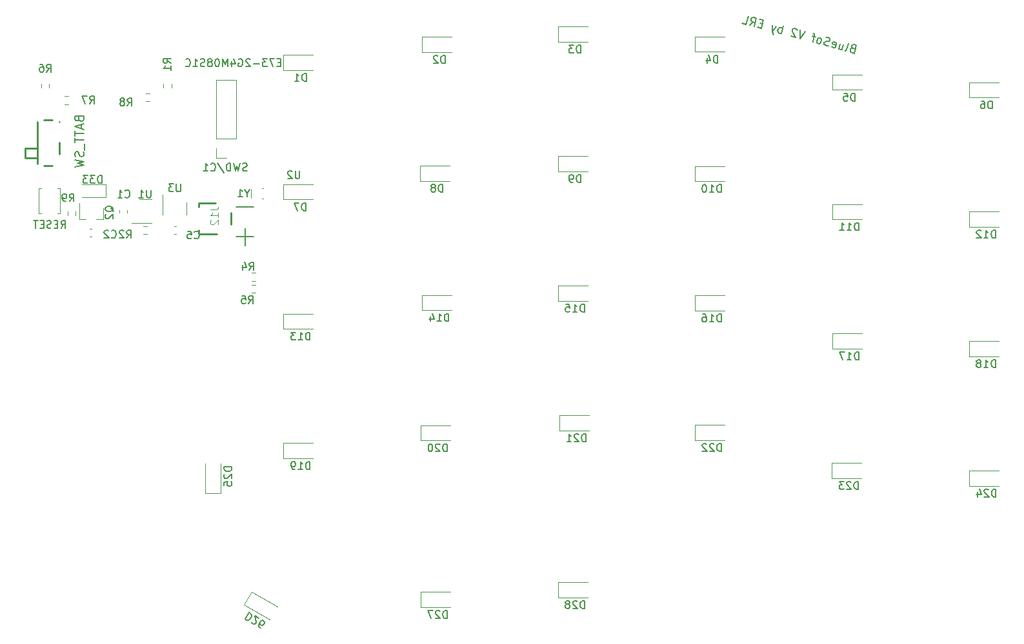
<source format=gbo>
G04 #@! TF.GenerationSoftware,KiCad,Pcbnew,(5.99.0-8557-g8988e46ab1)*
G04 #@! TF.CreationDate,2021-01-24T23:22:25-07:00*
G04 #@! TF.ProjectId,BlueSof,426c7565-536f-4662-9e6b-696361645f70,rev?*
G04 #@! TF.SameCoordinates,PX85099e0PY51bada0*
G04 #@! TF.FileFunction,Legend,Bot*
G04 #@! TF.FilePolarity,Positive*
%FSLAX46Y46*%
G04 Gerber Fmt 4.6, Leading zero omitted, Abs format (unit mm)*
G04 Created by KiCad (PCBNEW (5.99.0-8557-g8988e46ab1)) date 2021-01-24 23:22:25*
%MOMM*%
%LPD*%
G01*
G04 APERTURE LIST*
%ADD10C,0.200000*%
%ADD11C,0.150000*%
%ADD12C,0.015000*%
%ADD13C,0.152000*%
%ADD14C,0.120000*%
%ADD15C,0.254000*%
G04 APERTURE END LIST*
D10*
X54452003Y38218560D02*
X54286657Y38208635D01*
X54222504Y38171596D01*
X54144794Y38083961D01*
X54104122Y37932173D01*
X54127604Y37817424D01*
X54164643Y37753270D01*
X54252278Y37675560D01*
X54657047Y37567102D01*
X54941748Y38629621D01*
X54587575Y38724521D01*
X54472825Y38701039D01*
X54408672Y38664000D01*
X54330962Y38576365D01*
X54303847Y38475173D01*
X54327329Y38360424D01*
X54364368Y38296270D01*
X54452003Y38218560D01*
X54806176Y38123660D01*
X53442740Y37892475D02*
X53557489Y37915957D01*
X53635200Y38003592D01*
X53879229Y38914322D01*
X52772407Y38831293D02*
X52582606Y38122947D01*
X53227772Y38709278D02*
X53078643Y38152721D01*
X53000932Y38065086D01*
X52886183Y38041604D01*
X52734394Y38082275D01*
X52646759Y38159986D01*
X52609720Y38224139D01*
X51685433Y38417573D02*
X51773068Y38339862D01*
X51975453Y38285633D01*
X52090202Y38309115D01*
X52167913Y38396750D01*
X52276370Y38801519D01*
X52252888Y38916268D01*
X52165253Y38993979D01*
X51962869Y39048208D01*
X51848119Y39024726D01*
X51770409Y38937091D01*
X51743295Y38835899D01*
X52222141Y38599135D01*
X51230068Y38539587D02*
X51064723Y38529663D01*
X50811742Y38597449D01*
X50724107Y38675159D01*
X50687068Y38739312D01*
X50663586Y38854062D01*
X50690701Y38955254D01*
X50768411Y39042889D01*
X50832564Y39079928D01*
X50947314Y39103410D01*
X51163256Y39099777D01*
X51278005Y39123259D01*
X51342158Y39160298D01*
X51419869Y39247933D01*
X51446983Y39349125D01*
X51423501Y39463874D01*
X51386462Y39528028D01*
X51298827Y39605738D01*
X51045847Y39673524D01*
X50880501Y39663600D01*
X50002204Y38814364D02*
X50116954Y38837845D01*
X50181107Y38874884D01*
X50258817Y38962519D01*
X50340161Y39266096D01*
X50316679Y39380845D01*
X50279640Y39444999D01*
X50192005Y39522709D01*
X50040216Y39563381D01*
X49925467Y39539899D01*
X49861314Y39502860D01*
X49783603Y39415225D01*
X49702260Y39111648D01*
X49725742Y38996899D01*
X49762781Y38932746D01*
X49850416Y38855035D01*
X50002204Y38814364D01*
X49534255Y39698953D02*
X49129486Y39807410D01*
X49192666Y39031279D02*
X49436696Y39942009D01*
X49413214Y40056758D01*
X49325579Y40134469D01*
X49224387Y40161583D01*
X48212464Y40432727D02*
X47573591Y39465109D01*
X47504119Y40622527D01*
X47173428Y40602678D02*
X47136389Y40666832D01*
X47048754Y40744542D01*
X46795773Y40812328D01*
X46681024Y40788846D01*
X46616870Y40751807D01*
X46539160Y40664172D01*
X46512046Y40562980D01*
X46521970Y40397635D01*
X46966437Y39627795D01*
X46308688Y39804038D01*
X45043785Y40142968D02*
X45328486Y41205486D01*
X45220028Y40800718D02*
X45132393Y40878428D01*
X44930009Y40932657D01*
X44815259Y40909175D01*
X44751106Y40872136D01*
X44673396Y40784501D01*
X44592053Y40480924D01*
X44615534Y40366175D01*
X44652573Y40302022D01*
X44740208Y40224311D01*
X44942593Y40170082D01*
X45057342Y40193564D01*
X44373452Y41081786D02*
X43930670Y40441226D01*
X43867490Y41217358D02*
X43930670Y40441226D01*
X43964077Y40161131D01*
X44001116Y40096978D01*
X44088751Y40019267D01*
X42612512Y41390942D02*
X42258339Y41485842D01*
X41957422Y40969957D02*
X42463383Y40834385D01*
X42748084Y41896903D01*
X42242123Y42032475D01*
X40894904Y41254657D02*
X41384648Y41665718D01*
X41502057Y41091971D02*
X41786758Y42154490D01*
X41381989Y42262947D01*
X41267240Y42239465D01*
X41203086Y42202426D01*
X41125376Y42114791D01*
X41084704Y41963003D01*
X41108186Y41848254D01*
X41145225Y41784100D01*
X41232860Y41706390D01*
X41637629Y41597932D01*
X39933577Y41512244D02*
X40439538Y41376672D01*
X40724239Y42439191D01*
D11*
X-25285715Y14592858D02*
X-25285715Y12307143D01*
X-24142858Y13450000D02*
X-26428572Y13450000D01*
X-26442858Y17364286D02*
X-24157143Y17364286D01*
X938095Y36247620D02*
X938095Y37247620D01*
X700000Y37247620D01*
X557142Y37200000D01*
X461904Y37104762D01*
X414285Y37009524D01*
X366666Y36819048D01*
X366666Y36676191D01*
X414285Y36485715D01*
X461904Y36390477D01*
X557142Y36295239D01*
X700000Y36247620D01*
X938095Y36247620D01*
X-14286Y37152381D02*
X-61905Y37200000D01*
X-157143Y37247620D01*
X-395239Y37247620D01*
X-490477Y37200000D01*
X-538096Y37152381D01*
X-585715Y37057143D01*
X-585715Y36961905D01*
X-538096Y36819048D01*
X33333Y36247620D01*
X-585715Y36247620D01*
X18738095Y37597620D02*
X18738095Y38597620D01*
X18500000Y38597620D01*
X18357142Y38550000D01*
X18261904Y38454762D01*
X18214285Y38359524D01*
X18166666Y38169048D01*
X18166666Y38026191D01*
X18214285Y37835715D01*
X18261904Y37740477D01*
X18357142Y37645239D01*
X18500000Y37597620D01*
X18738095Y37597620D01*
X17833333Y38597620D02*
X17214285Y38597620D01*
X17547619Y38216667D01*
X17404761Y38216667D01*
X17309523Y38169048D01*
X17261904Y38121429D01*
X17214285Y38026191D01*
X17214285Y37788096D01*
X17261904Y37692858D01*
X17309523Y37645239D01*
X17404761Y37597620D01*
X17690476Y37597620D01*
X17785714Y37645239D01*
X17833333Y37692858D01*
X36738095Y36297620D02*
X36738095Y37297620D01*
X36500000Y37297620D01*
X36357142Y37250000D01*
X36261904Y37154762D01*
X36214285Y37059524D01*
X36166666Y36869048D01*
X36166666Y36726191D01*
X36214285Y36535715D01*
X36261904Y36440477D01*
X36357142Y36345239D01*
X36500000Y36297620D01*
X36738095Y36297620D01*
X35309523Y36964286D02*
X35309523Y36297620D01*
X35547619Y37345239D02*
X35785714Y36630953D01*
X35166666Y36630953D01*
X54738095Y31297620D02*
X54738095Y32297620D01*
X54500000Y32297620D01*
X54357142Y32250000D01*
X54261904Y32154762D01*
X54214285Y32059524D01*
X54166666Y31869048D01*
X54166666Y31726191D01*
X54214285Y31535715D01*
X54261904Y31440477D01*
X54357142Y31345239D01*
X54500000Y31297620D01*
X54738095Y31297620D01*
X53261904Y32297620D02*
X53738095Y32297620D01*
X53785714Y31821429D01*
X53738095Y31869048D01*
X53642857Y31916667D01*
X53404761Y31916667D01*
X53309523Y31869048D01*
X53261904Y31821429D01*
X53214285Y31726191D01*
X53214285Y31488096D01*
X53261904Y31392858D01*
X53309523Y31345239D01*
X53404761Y31297620D01*
X53642857Y31297620D01*
X53738095Y31345239D01*
X53785714Y31392858D01*
X72738095Y30297620D02*
X72738095Y31297620D01*
X72500000Y31297620D01*
X72357142Y31250000D01*
X72261904Y31154762D01*
X72214285Y31059524D01*
X72166666Y30869048D01*
X72166666Y30726191D01*
X72214285Y30535715D01*
X72261904Y30440477D01*
X72357142Y30345239D01*
X72500000Y30297620D01*
X72738095Y30297620D01*
X71309523Y31297620D02*
X71500000Y31297620D01*
X71595238Y31250000D01*
X71642857Y31202381D01*
X71738095Y31059524D01*
X71785714Y30869048D01*
X71785714Y30488096D01*
X71738095Y30392858D01*
X71690476Y30345239D01*
X71595238Y30297620D01*
X71404761Y30297620D01*
X71309523Y30345239D01*
X71261904Y30392858D01*
X71214285Y30488096D01*
X71214285Y30726191D01*
X71261904Y30821429D01*
X71309523Y30869048D01*
X71404761Y30916667D01*
X71595238Y30916667D01*
X71690476Y30869048D01*
X71738095Y30821429D01*
X71785714Y30726191D01*
X-17311905Y16897620D02*
X-17311905Y17897620D01*
X-17550000Y17897620D01*
X-17692858Y17850000D01*
X-17788096Y17754762D01*
X-17835715Y17659524D01*
X-17883334Y17469048D01*
X-17883334Y17326191D01*
X-17835715Y17135715D01*
X-17788096Y17040477D01*
X-17692858Y16945239D01*
X-17550000Y16897620D01*
X-17311905Y16897620D01*
X-18216667Y17897620D02*
X-18883334Y17897620D01*
X-18454762Y16897620D01*
X638095Y19347620D02*
X638095Y20347620D01*
X400000Y20347620D01*
X257142Y20300000D01*
X161904Y20204762D01*
X114285Y20109524D01*
X66666Y19919048D01*
X66666Y19776191D01*
X114285Y19585715D01*
X161904Y19490477D01*
X257142Y19395239D01*
X400000Y19347620D01*
X638095Y19347620D01*
X-504762Y19919048D02*
X-409524Y19966667D01*
X-361905Y20014286D01*
X-314286Y20109524D01*
X-314286Y20157143D01*
X-361905Y20252381D01*
X-409524Y20300000D01*
X-504762Y20347620D01*
X-695239Y20347620D01*
X-790477Y20300000D01*
X-838096Y20252381D01*
X-885715Y20157143D01*
X-885715Y20109524D01*
X-838096Y20014286D01*
X-790477Y19966667D01*
X-695239Y19919048D01*
X-504762Y19919048D01*
X-409524Y19871429D01*
X-361905Y19823810D01*
X-314286Y19728572D01*
X-314286Y19538096D01*
X-361905Y19442858D01*
X-409524Y19395239D01*
X-504762Y19347620D01*
X-695239Y19347620D01*
X-790477Y19395239D01*
X-838096Y19442858D01*
X-885715Y19538096D01*
X-885715Y19728572D01*
X-838096Y19823810D01*
X-790477Y19871429D01*
X-695239Y19919048D01*
X18738095Y20597620D02*
X18738095Y21597620D01*
X18500000Y21597620D01*
X18357142Y21550000D01*
X18261904Y21454762D01*
X18214285Y21359524D01*
X18166666Y21169048D01*
X18166666Y21026191D01*
X18214285Y20835715D01*
X18261904Y20740477D01*
X18357142Y20645239D01*
X18500000Y20597620D01*
X18738095Y20597620D01*
X17690476Y20597620D02*
X17500000Y20597620D01*
X17404761Y20645239D01*
X17357142Y20692858D01*
X17261904Y20835715D01*
X17214285Y21026191D01*
X17214285Y21407143D01*
X17261904Y21502381D01*
X17309523Y21550000D01*
X17404761Y21597620D01*
X17595238Y21597620D01*
X17690476Y21550000D01*
X17738095Y21502381D01*
X17785714Y21407143D01*
X17785714Y21169048D01*
X17738095Y21073810D01*
X17690476Y21026191D01*
X17595238Y20978572D01*
X17404761Y20978572D01*
X17309523Y21026191D01*
X17261904Y21073810D01*
X17214285Y21169048D01*
X37164285Y19297620D02*
X37164285Y20297620D01*
X36926190Y20297620D01*
X36783333Y20250000D01*
X36688095Y20154762D01*
X36640476Y20059524D01*
X36592857Y19869048D01*
X36592857Y19726191D01*
X36640476Y19535715D01*
X36688095Y19440477D01*
X36783333Y19345239D01*
X36926190Y19297620D01*
X37164285Y19297620D01*
X35640476Y19297620D02*
X36211904Y19297620D01*
X35926190Y19297620D02*
X35926190Y20297620D01*
X36021428Y20154762D01*
X36116666Y20059524D01*
X36211904Y20011905D01*
X35021428Y20297620D02*
X34926190Y20297620D01*
X34830952Y20250000D01*
X34783333Y20202381D01*
X34735714Y20107143D01*
X34688095Y19916667D01*
X34688095Y19678572D01*
X34735714Y19488096D01*
X34783333Y19392858D01*
X34830952Y19345239D01*
X34926190Y19297620D01*
X35021428Y19297620D01*
X35116666Y19345239D01*
X35164285Y19392858D01*
X35211904Y19488096D01*
X35259523Y19678572D01*
X35259523Y19916667D01*
X35211904Y20107143D01*
X35164285Y20202381D01*
X35116666Y20250000D01*
X35021428Y20297620D01*
X55214285Y14297620D02*
X55214285Y15297620D01*
X54976190Y15297620D01*
X54833333Y15250000D01*
X54738095Y15154762D01*
X54690476Y15059524D01*
X54642857Y14869048D01*
X54642857Y14726191D01*
X54690476Y14535715D01*
X54738095Y14440477D01*
X54833333Y14345239D01*
X54976190Y14297620D01*
X55214285Y14297620D01*
X53690476Y14297620D02*
X54261904Y14297620D01*
X53976190Y14297620D02*
X53976190Y15297620D01*
X54071428Y15154762D01*
X54166666Y15059524D01*
X54261904Y15011905D01*
X52738095Y14297620D02*
X53309523Y14297620D01*
X53023809Y14297620D02*
X53023809Y15297620D01*
X53119047Y15154762D01*
X53214285Y15059524D01*
X53309523Y15011905D01*
X73164285Y13297620D02*
X73164285Y14297620D01*
X72926190Y14297620D01*
X72783333Y14250000D01*
X72688095Y14154762D01*
X72640476Y14059524D01*
X72592857Y13869048D01*
X72592857Y13726191D01*
X72640476Y13535715D01*
X72688095Y13440477D01*
X72783333Y13345239D01*
X72926190Y13297620D01*
X73164285Y13297620D01*
X71640476Y13297620D02*
X72211904Y13297620D01*
X71926190Y13297620D02*
X71926190Y14297620D01*
X72021428Y14154762D01*
X72116666Y14059524D01*
X72211904Y14011905D01*
X71259523Y14202381D02*
X71211904Y14250000D01*
X71116666Y14297620D01*
X70878571Y14297620D01*
X70783333Y14250000D01*
X70735714Y14202381D01*
X70688095Y14107143D01*
X70688095Y14011905D01*
X70735714Y13869048D01*
X71307142Y13297620D01*
X70688095Y13297620D01*
X1414285Y2347620D02*
X1414285Y3347620D01*
X1176190Y3347620D01*
X1033333Y3300000D01*
X938095Y3204762D01*
X890476Y3109524D01*
X842857Y2919048D01*
X842857Y2776191D01*
X890476Y2585715D01*
X938095Y2490477D01*
X1033333Y2395239D01*
X1176190Y2347620D01*
X1414285Y2347620D01*
X-109524Y2347620D02*
X461904Y2347620D01*
X176190Y2347620D02*
X176190Y3347620D01*
X271428Y3204762D01*
X366666Y3109524D01*
X461904Y3061905D01*
X-966667Y3014286D02*
X-966667Y2347620D01*
X-728572Y3395239D02*
X-490477Y2680953D01*
X-1109524Y2680953D01*
X19214285Y3597620D02*
X19214285Y4597620D01*
X18976190Y4597620D01*
X18833333Y4550000D01*
X18738095Y4454762D01*
X18690476Y4359524D01*
X18642857Y4169048D01*
X18642857Y4026191D01*
X18690476Y3835715D01*
X18738095Y3740477D01*
X18833333Y3645239D01*
X18976190Y3597620D01*
X19214285Y3597620D01*
X17690476Y3597620D02*
X18261904Y3597620D01*
X17976190Y3597620D02*
X17976190Y4597620D01*
X18071428Y4454762D01*
X18166666Y4359524D01*
X18261904Y4311905D01*
X16785714Y4597620D02*
X17261904Y4597620D01*
X17309523Y4121429D01*
X17261904Y4169048D01*
X17166666Y4216667D01*
X16928571Y4216667D01*
X16833333Y4169048D01*
X16785714Y4121429D01*
X16738095Y4026191D01*
X16738095Y3788096D01*
X16785714Y3692858D01*
X16833333Y3645239D01*
X16928571Y3597620D01*
X17166666Y3597620D01*
X17261904Y3645239D01*
X17309523Y3692858D01*
X37164285Y2297620D02*
X37164285Y3297620D01*
X36926190Y3297620D01*
X36783333Y3250000D01*
X36688095Y3154762D01*
X36640476Y3059524D01*
X36592857Y2869048D01*
X36592857Y2726191D01*
X36640476Y2535715D01*
X36688095Y2440477D01*
X36783333Y2345239D01*
X36926190Y2297620D01*
X37164285Y2297620D01*
X35640476Y2297620D02*
X36211904Y2297620D01*
X35926190Y2297620D02*
X35926190Y3297620D01*
X36021428Y3154762D01*
X36116666Y3059524D01*
X36211904Y3011905D01*
X34783333Y3297620D02*
X34973809Y3297620D01*
X35069047Y3250000D01*
X35116666Y3202381D01*
X35211904Y3059524D01*
X35259523Y2869048D01*
X35259523Y2488096D01*
X35211904Y2392858D01*
X35164285Y2345239D01*
X35069047Y2297620D01*
X34878571Y2297620D01*
X34783333Y2345239D01*
X34735714Y2392858D01*
X34688095Y2488096D01*
X34688095Y2726191D01*
X34735714Y2821429D01*
X34783333Y2869048D01*
X34878571Y2916667D01*
X35069047Y2916667D01*
X35164285Y2869048D01*
X35211904Y2821429D01*
X35259523Y2726191D01*
X55214285Y-2702380D02*
X55214285Y-1702380D01*
X54976190Y-1702380D01*
X54833333Y-1750000D01*
X54738095Y-1845238D01*
X54690476Y-1940476D01*
X54642857Y-2130952D01*
X54642857Y-2273809D01*
X54690476Y-2464285D01*
X54738095Y-2559523D01*
X54833333Y-2654761D01*
X54976190Y-2702380D01*
X55214285Y-2702380D01*
X53690476Y-2702380D02*
X54261904Y-2702380D01*
X53976190Y-2702380D02*
X53976190Y-1702380D01*
X54071428Y-1845238D01*
X54166666Y-1940476D01*
X54261904Y-1988095D01*
X53357142Y-1702380D02*
X52690476Y-1702380D01*
X53119047Y-2702380D01*
X73164285Y-3702380D02*
X73164285Y-2702380D01*
X72926190Y-2702380D01*
X72783333Y-2750000D01*
X72688095Y-2845238D01*
X72640476Y-2940476D01*
X72592857Y-3130952D01*
X72592857Y-3273809D01*
X72640476Y-3464285D01*
X72688095Y-3559523D01*
X72783333Y-3654761D01*
X72926190Y-3702380D01*
X73164285Y-3702380D01*
X71640476Y-3702380D02*
X72211904Y-3702380D01*
X71926190Y-3702380D02*
X71926190Y-2702380D01*
X72021428Y-2845238D01*
X72116666Y-2940476D01*
X72211904Y-2988095D01*
X71069047Y-3130952D02*
X71164285Y-3083333D01*
X71211904Y-3035714D01*
X71259523Y-2940476D01*
X71259523Y-2892857D01*
X71211904Y-2797619D01*
X71164285Y-2750000D01*
X71069047Y-2702380D01*
X70878571Y-2702380D01*
X70783333Y-2750000D01*
X70735714Y-2797619D01*
X70688095Y-2892857D01*
X70688095Y-2940476D01*
X70735714Y-3035714D01*
X70783333Y-3083333D01*
X70878571Y-3130952D01*
X71069047Y-3130952D01*
X71164285Y-3178571D01*
X71211904Y-3226190D01*
X71259523Y-3321428D01*
X71259523Y-3511904D01*
X71211904Y-3607142D01*
X71164285Y-3654761D01*
X71069047Y-3702380D01*
X70878571Y-3702380D01*
X70783333Y-3654761D01*
X70735714Y-3607142D01*
X70688095Y-3511904D01*
X70688095Y-3321428D01*
X70735714Y-3226190D01*
X70783333Y-3178571D01*
X70878571Y-3130952D01*
X-16785715Y-17102380D02*
X-16785715Y-16102380D01*
X-17023810Y-16102380D01*
X-17166667Y-16150000D01*
X-17261905Y-16245238D01*
X-17309524Y-16340476D01*
X-17357143Y-16530952D01*
X-17357143Y-16673809D01*
X-17309524Y-16864285D01*
X-17261905Y-16959523D01*
X-17166667Y-17054761D01*
X-17023810Y-17102380D01*
X-16785715Y-17102380D01*
X-18309524Y-17102380D02*
X-17738096Y-17102380D01*
X-18023810Y-17102380D02*
X-18023810Y-16102380D01*
X-17928572Y-16245238D01*
X-17833334Y-16340476D01*
X-17738096Y-16388095D01*
X-18785715Y-17102380D02*
X-18976191Y-17102380D01*
X-19071429Y-17054761D01*
X-19119048Y-17007142D01*
X-19214286Y-16864285D01*
X-19261905Y-16673809D01*
X-19261905Y-16292857D01*
X-19214286Y-16197619D01*
X-19166667Y-16150000D01*
X-19071429Y-16102380D01*
X-18880953Y-16102380D01*
X-18785715Y-16150000D01*
X-18738096Y-16197619D01*
X-18690477Y-16292857D01*
X-18690477Y-16530952D01*
X-18738096Y-16626190D01*
X-18785715Y-16673809D01*
X-18880953Y-16721428D01*
X-19071429Y-16721428D01*
X-19166667Y-16673809D01*
X-19214286Y-16626190D01*
X-19261905Y-16530952D01*
X1214285Y-14752380D02*
X1214285Y-13752380D01*
X976190Y-13752380D01*
X833333Y-13800000D01*
X738095Y-13895238D01*
X690476Y-13990476D01*
X642857Y-14180952D01*
X642857Y-14323809D01*
X690476Y-14514285D01*
X738095Y-14609523D01*
X833333Y-14704761D01*
X976190Y-14752380D01*
X1214285Y-14752380D01*
X261904Y-13847619D02*
X214285Y-13800000D01*
X119047Y-13752380D01*
X-119048Y-13752380D01*
X-214286Y-13800000D01*
X-261905Y-13847619D01*
X-309524Y-13942857D01*
X-309524Y-14038095D01*
X-261905Y-14180952D01*
X309523Y-14752380D01*
X-309524Y-14752380D01*
X-928572Y-13752380D02*
X-1023810Y-13752380D01*
X-1119048Y-13800000D01*
X-1166667Y-13847619D01*
X-1214286Y-13942857D01*
X-1261905Y-14133333D01*
X-1261905Y-14371428D01*
X-1214286Y-14561904D01*
X-1166667Y-14657142D01*
X-1119048Y-14704761D01*
X-1023810Y-14752380D01*
X-928572Y-14752380D01*
X-833334Y-14704761D01*
X-785715Y-14657142D01*
X-738096Y-14561904D01*
X-690477Y-14371428D01*
X-690477Y-14133333D01*
X-738096Y-13942857D01*
X-785715Y-13847619D01*
X-833334Y-13800000D01*
X-928572Y-13752380D01*
X19414285Y-13452380D02*
X19414285Y-12452380D01*
X19176190Y-12452380D01*
X19033333Y-12500000D01*
X18938095Y-12595238D01*
X18890476Y-12690476D01*
X18842857Y-12880952D01*
X18842857Y-13023809D01*
X18890476Y-13214285D01*
X18938095Y-13309523D01*
X19033333Y-13404761D01*
X19176190Y-13452380D01*
X19414285Y-13452380D01*
X18461904Y-12547619D02*
X18414285Y-12500000D01*
X18319047Y-12452380D01*
X18080952Y-12452380D01*
X17985714Y-12500000D01*
X17938095Y-12547619D01*
X17890476Y-12642857D01*
X17890476Y-12738095D01*
X17938095Y-12880952D01*
X18509523Y-13452380D01*
X17890476Y-13452380D01*
X16938095Y-13452380D02*
X17509523Y-13452380D01*
X17223809Y-13452380D02*
X17223809Y-12452380D01*
X17319047Y-12595238D01*
X17414285Y-12690476D01*
X17509523Y-12738095D01*
X37164285Y-14702380D02*
X37164285Y-13702380D01*
X36926190Y-13702380D01*
X36783333Y-13750000D01*
X36688095Y-13845238D01*
X36640476Y-13940476D01*
X36592857Y-14130952D01*
X36592857Y-14273809D01*
X36640476Y-14464285D01*
X36688095Y-14559523D01*
X36783333Y-14654761D01*
X36926190Y-14702380D01*
X37164285Y-14702380D01*
X36211904Y-13797619D02*
X36164285Y-13750000D01*
X36069047Y-13702380D01*
X35830952Y-13702380D01*
X35735714Y-13750000D01*
X35688095Y-13797619D01*
X35640476Y-13892857D01*
X35640476Y-13988095D01*
X35688095Y-14130952D01*
X36259523Y-14702380D01*
X35640476Y-14702380D01*
X35259523Y-13797619D02*
X35211904Y-13750000D01*
X35116666Y-13702380D01*
X34878571Y-13702380D01*
X34783333Y-13750000D01*
X34735714Y-13797619D01*
X34688095Y-13892857D01*
X34688095Y-13988095D01*
X34735714Y-14130952D01*
X35307142Y-14702380D01*
X34688095Y-14702380D01*
X55164285Y-19702380D02*
X55164285Y-18702380D01*
X54926190Y-18702380D01*
X54783333Y-18750000D01*
X54688095Y-18845238D01*
X54640476Y-18940476D01*
X54592857Y-19130952D01*
X54592857Y-19273809D01*
X54640476Y-19464285D01*
X54688095Y-19559523D01*
X54783333Y-19654761D01*
X54926190Y-19702380D01*
X55164285Y-19702380D01*
X54211904Y-18797619D02*
X54164285Y-18750000D01*
X54069047Y-18702380D01*
X53830952Y-18702380D01*
X53735714Y-18750000D01*
X53688095Y-18797619D01*
X53640476Y-18892857D01*
X53640476Y-18988095D01*
X53688095Y-19130952D01*
X54259523Y-19702380D01*
X53640476Y-19702380D01*
X53307142Y-18702380D02*
X52688095Y-18702380D01*
X53021428Y-19083333D01*
X52878571Y-19083333D01*
X52783333Y-19130952D01*
X52735714Y-19178571D01*
X52688095Y-19273809D01*
X52688095Y-19511904D01*
X52735714Y-19607142D01*
X52783333Y-19654761D01*
X52878571Y-19702380D01*
X53164285Y-19702380D01*
X53259523Y-19654761D01*
X53307142Y-19607142D01*
X73214285Y-20702380D02*
X73214285Y-19702380D01*
X72976190Y-19702380D01*
X72833333Y-19750000D01*
X72738095Y-19845238D01*
X72690476Y-19940476D01*
X72642857Y-20130952D01*
X72642857Y-20273809D01*
X72690476Y-20464285D01*
X72738095Y-20559523D01*
X72833333Y-20654761D01*
X72976190Y-20702380D01*
X73214285Y-20702380D01*
X72261904Y-19797619D02*
X72214285Y-19750000D01*
X72119047Y-19702380D01*
X71880952Y-19702380D01*
X71785714Y-19750000D01*
X71738095Y-19797619D01*
X71690476Y-19892857D01*
X71690476Y-19988095D01*
X71738095Y-20130952D01*
X72309523Y-20702380D01*
X71690476Y-20702380D01*
X70833333Y-20035714D02*
X70833333Y-20702380D01*
X71071428Y-19654761D02*
X71309523Y-20369047D01*
X70690476Y-20369047D01*
X-16785715Y-102380D02*
X-16785715Y897620D01*
X-17023810Y897620D01*
X-17166667Y850000D01*
X-17261905Y754762D01*
X-17309524Y659524D01*
X-17357143Y469048D01*
X-17357143Y326191D01*
X-17309524Y135715D01*
X-17261905Y40477D01*
X-17166667Y-54761D01*
X-17023810Y-102380D01*
X-16785715Y-102380D01*
X-18309524Y-102380D02*
X-17738096Y-102380D01*
X-18023810Y-102380D02*
X-18023810Y897620D01*
X-17928572Y754762D01*
X-17833334Y659524D01*
X-17738096Y611905D01*
X-18642858Y897620D02*
X-19261905Y897620D01*
X-18928572Y516667D01*
X-19071429Y516667D01*
X-19166667Y469048D01*
X-19214286Y421429D01*
X-19261905Y326191D01*
X-19261905Y88096D01*
X-19214286Y-7142D01*
X-19166667Y-54761D01*
X-19071429Y-102380D01*
X-18785715Y-102380D01*
X-18690477Y-54761D01*
X-18642858Y-7142D01*
X1214285Y-36652380D02*
X1214285Y-35652380D01*
X976190Y-35652380D01*
X833333Y-35700000D01*
X738095Y-35795238D01*
X690476Y-35890476D01*
X642857Y-36080952D01*
X642857Y-36223809D01*
X690476Y-36414285D01*
X738095Y-36509523D01*
X833333Y-36604761D01*
X976190Y-36652380D01*
X1214285Y-36652380D01*
X261904Y-35747619D02*
X214285Y-35700000D01*
X119047Y-35652380D01*
X-119048Y-35652380D01*
X-214286Y-35700000D01*
X-261905Y-35747619D01*
X-309524Y-35842857D01*
X-309524Y-35938095D01*
X-261905Y-36080952D01*
X309523Y-36652380D01*
X-309524Y-36652380D01*
X-642858Y-35652380D02*
X-1309524Y-35652380D01*
X-880953Y-36652380D01*
X-24797655Y-35883134D02*
X-25297655Y-36749160D01*
X-25091459Y-36868207D01*
X-24943931Y-36898397D01*
X-24813834Y-36863537D01*
X-24724975Y-36804868D01*
X-24588498Y-36663720D01*
X-24517069Y-36540002D01*
X-24463071Y-36351236D01*
X-24456691Y-36244947D01*
X-24491550Y-36114850D01*
X-24591459Y-36002182D01*
X-24797655Y-35883134D01*
X-24425250Y-37142872D02*
X-24407820Y-37207920D01*
X-24349151Y-37296779D01*
X-24142955Y-37415826D01*
X-24036667Y-37422206D01*
X-23971618Y-37404776D01*
X-23882759Y-37346107D01*
X-23835140Y-37263629D01*
X-23804951Y-37116101D01*
X-24014109Y-36335515D01*
X-23477998Y-36645039D01*
X-23235690Y-37939636D02*
X-23400647Y-37844398D01*
X-23459316Y-37755539D01*
X-23476746Y-37690491D01*
X-23487796Y-37519154D01*
X-23433797Y-37330387D01*
X-23243321Y-37000472D01*
X-23154463Y-36941803D01*
X-23089414Y-36924374D01*
X-22983126Y-36930753D01*
X-22818169Y-37025991D01*
X-22759500Y-37114850D01*
X-22742070Y-37179899D01*
X-22748450Y-37286187D01*
X-22867497Y-37492383D01*
X-22956356Y-37551052D01*
X-23021404Y-37568482D01*
X-23127692Y-37562102D01*
X-23292650Y-37466864D01*
X-23351319Y-37378006D01*
X-23368749Y-37312957D01*
X-23362369Y-37206669D01*
X-27047620Y-16785713D02*
X-28047620Y-16785713D01*
X-28047620Y-17023808D01*
X-28000000Y-17166665D01*
X-27904762Y-17261903D01*
X-27809524Y-17309522D01*
X-27619048Y-17357141D01*
X-27476191Y-17357141D01*
X-27285715Y-17309522D01*
X-27190477Y-17261903D01*
X-27095239Y-17166665D01*
X-27047620Y-17023808D01*
X-27047620Y-16785713D01*
X-27952381Y-17738094D02*
X-28000000Y-17785713D01*
X-28047620Y-17880951D01*
X-28047620Y-18119046D01*
X-28000000Y-18214284D01*
X-27952381Y-18261903D01*
X-27857143Y-18309522D01*
X-27761905Y-18309522D01*
X-27619048Y-18261903D01*
X-27047620Y-17690475D01*
X-27047620Y-18309522D01*
X-28047620Y-19214284D02*
X-28047620Y-18738094D01*
X-27571429Y-18690475D01*
X-27619048Y-18738094D01*
X-27666667Y-18833332D01*
X-27666667Y-19071427D01*
X-27619048Y-19166665D01*
X-27571429Y-19214284D01*
X-27476191Y-19261903D01*
X-27238096Y-19261903D01*
X-27142858Y-19214284D01*
X-27095239Y-19166665D01*
X-27047620Y-19071427D01*
X-27047620Y-18833332D01*
X-27095239Y-18738094D01*
X-27142858Y-18690475D01*
X-17261905Y33897620D02*
X-17261905Y34897620D01*
X-17500000Y34897620D01*
X-17642858Y34850000D01*
X-17738096Y34754762D01*
X-17785715Y34659524D01*
X-17833334Y34469048D01*
X-17833334Y34326191D01*
X-17785715Y34135715D01*
X-17738096Y34040477D01*
X-17642858Y33945239D01*
X-17500000Y33897620D01*
X-17261905Y33897620D01*
X-18785715Y33897620D02*
X-18214286Y33897620D01*
X-18500000Y33897620D02*
X-18500000Y34897620D01*
X-18404762Y34754762D01*
X-18309524Y34659524D01*
X-18214286Y34611905D01*
X19214285Y-35352380D02*
X19214285Y-34352380D01*
X18976190Y-34352380D01*
X18833333Y-34400000D01*
X18738095Y-34495238D01*
X18690476Y-34590476D01*
X18642857Y-34780952D01*
X18642857Y-34923809D01*
X18690476Y-35114285D01*
X18738095Y-35209523D01*
X18833333Y-35304761D01*
X18976190Y-35352380D01*
X19214285Y-35352380D01*
X18261904Y-34447619D02*
X18214285Y-34400000D01*
X18119047Y-34352380D01*
X17880952Y-34352380D01*
X17785714Y-34400000D01*
X17738095Y-34447619D01*
X17690476Y-34542857D01*
X17690476Y-34638095D01*
X17738095Y-34780952D01*
X18309523Y-35352380D01*
X17690476Y-35352380D01*
X17119047Y-34780952D02*
X17214285Y-34733333D01*
X17261904Y-34685714D01*
X17309523Y-34590476D01*
X17309523Y-34542857D01*
X17261904Y-34447619D01*
X17214285Y-34400000D01*
X17119047Y-34352380D01*
X16928571Y-34352380D01*
X16833333Y-34400000D01*
X16785714Y-34447619D01*
X16738095Y-34542857D01*
X16738095Y-34590476D01*
X16785714Y-34685714D01*
X16833333Y-34733333D01*
X16928571Y-34780952D01*
X17119047Y-34780952D01*
X17214285Y-34828571D01*
X17261904Y-34876190D01*
X17309523Y-34971428D01*
X17309523Y-35161904D01*
X17261904Y-35257142D01*
X17214285Y-35304761D01*
X17119047Y-35352380D01*
X16928571Y-35352380D01*
X16833333Y-35304761D01*
X16785714Y-35257142D01*
X16738095Y-35161904D01*
X16738095Y-34971428D01*
X16785714Y-34876190D01*
X16833333Y-34828571D01*
X16928571Y-34780952D01*
X-31933334Y13292858D02*
X-31885715Y13245239D01*
X-31742858Y13197620D01*
X-31647620Y13197620D01*
X-31504762Y13245239D01*
X-31409524Y13340477D01*
X-31361905Y13435715D01*
X-31314286Y13626191D01*
X-31314286Y13769048D01*
X-31361905Y13959524D01*
X-31409524Y14054762D01*
X-31504762Y14150000D01*
X-31647620Y14197620D01*
X-31742858Y14197620D01*
X-31885715Y14150000D01*
X-31933334Y14102381D01*
X-32838096Y14197620D02*
X-32361905Y14197620D01*
X-32314286Y13721429D01*
X-32361905Y13769048D01*
X-32457143Y13816667D01*
X-32695239Y13816667D01*
X-32790477Y13769048D01*
X-32838096Y13721429D01*
X-32885715Y13626191D01*
X-32885715Y13388096D01*
X-32838096Y13292858D01*
X-32790477Y13245239D01*
X-32695239Y13197620D01*
X-32457143Y13197620D01*
X-32361905Y13245239D01*
X-32314286Y13292858D01*
X-41033334Y18692858D02*
X-40985715Y18645239D01*
X-40842858Y18597620D01*
X-40747620Y18597620D01*
X-40604762Y18645239D01*
X-40509524Y18740477D01*
X-40461905Y18835715D01*
X-40414286Y19026191D01*
X-40414286Y19169048D01*
X-40461905Y19359524D01*
X-40509524Y19454762D01*
X-40604762Y19550000D01*
X-40747620Y19597620D01*
X-40842858Y19597620D01*
X-40985715Y19550000D01*
X-41033334Y19502381D01*
X-41985715Y18597620D02*
X-41414286Y18597620D01*
X-41700000Y18597620D02*
X-41700000Y19597620D01*
X-41604762Y19454762D01*
X-41509524Y19359524D01*
X-41414286Y19311905D01*
X-42833334Y13392858D02*
X-42785715Y13345239D01*
X-42642858Y13297620D01*
X-42547620Y13297620D01*
X-42404762Y13345239D01*
X-42309524Y13440477D01*
X-42261905Y13535715D01*
X-42214286Y13726191D01*
X-42214286Y13869048D01*
X-42261905Y14059524D01*
X-42309524Y14154762D01*
X-42404762Y14250000D01*
X-42547620Y14297620D01*
X-42642858Y14297620D01*
X-42785715Y14250000D01*
X-42833334Y14202381D01*
X-43214286Y14202381D02*
X-43261905Y14250000D01*
X-43357143Y14297620D01*
X-43595239Y14297620D01*
X-43690477Y14250000D01*
X-43738096Y14202381D01*
X-43785715Y14107143D01*
X-43785715Y14011905D01*
X-43738096Y13869048D01*
X-43166667Y13297620D01*
X-43785715Y13297620D01*
X-25042858Y22145239D02*
X-25185715Y22097620D01*
X-25423810Y22097620D01*
X-25519048Y22145239D01*
X-25566667Y22192858D01*
X-25614286Y22288096D01*
X-25614286Y22383334D01*
X-25566667Y22478572D01*
X-25519048Y22526191D01*
X-25423810Y22573810D01*
X-25233334Y22621429D01*
X-25138096Y22669048D01*
X-25090477Y22716667D01*
X-25042858Y22811905D01*
X-25042858Y22907143D01*
X-25090477Y23002381D01*
X-25138096Y23050000D01*
X-25233334Y23097620D01*
X-25471429Y23097620D01*
X-25614286Y23050000D01*
X-25947620Y23097620D02*
X-26185715Y22097620D01*
X-26376191Y22811905D01*
X-26566667Y22097620D01*
X-26804762Y23097620D01*
X-27185715Y22097620D02*
X-27185715Y23097620D01*
X-27423810Y23097620D01*
X-27566667Y23050000D01*
X-27661905Y22954762D01*
X-27709524Y22859524D01*
X-27757143Y22669048D01*
X-27757143Y22526191D01*
X-27709524Y22335715D01*
X-27661905Y22240477D01*
X-27566667Y22145239D01*
X-27423810Y22097620D01*
X-27185715Y22097620D01*
X-28900000Y23145239D02*
X-28042858Y21859524D01*
X-29804762Y22192858D02*
X-29757143Y22145239D01*
X-29614286Y22097620D01*
X-29519048Y22097620D01*
X-29376191Y22145239D01*
X-29280953Y22240477D01*
X-29233334Y22335715D01*
X-29185715Y22526191D01*
X-29185715Y22669048D01*
X-29233334Y22859524D01*
X-29280953Y22954762D01*
X-29376191Y23050000D01*
X-29519048Y23097620D01*
X-29614286Y23097620D01*
X-29757143Y23050000D01*
X-29804762Y23002381D01*
X-30757143Y22097620D02*
X-30185715Y22097620D01*
X-30471429Y22097620D02*
X-30471429Y23097620D01*
X-30376191Y22954762D01*
X-30280953Y22859524D01*
X-30185715Y22811905D01*
X-42552381Y16745239D02*
X-42600000Y16840477D01*
X-42695239Y16935715D01*
X-42838096Y17078572D01*
X-42885715Y17173810D01*
X-42885715Y17269048D01*
X-42647620Y17221429D02*
X-42695239Y17316667D01*
X-42790477Y17411905D01*
X-42980953Y17459524D01*
X-43314286Y17459524D01*
X-43504762Y17411905D01*
X-43600000Y17316667D01*
X-43647620Y17221429D01*
X-43647620Y17030953D01*
X-43600000Y16935715D01*
X-43504762Y16840477D01*
X-43314286Y16792858D01*
X-42980953Y16792858D01*
X-42790477Y16840477D01*
X-42695239Y16935715D01*
X-42647620Y17030953D01*
X-42647620Y17221429D01*
X-43552381Y16411905D02*
X-43600000Y16364286D01*
X-43647620Y16269048D01*
X-43647620Y16030953D01*
X-43600000Y15935715D01*
X-43552381Y15888096D01*
X-43457143Y15840477D01*
X-43361905Y15840477D01*
X-43219048Y15888096D01*
X-42647620Y16459524D01*
X-42647620Y15840477D01*
X-40833334Y13297620D02*
X-40500000Y13773810D01*
X-40261905Y13297620D02*
X-40261905Y14297620D01*
X-40642858Y14297620D01*
X-40738096Y14250000D01*
X-40785715Y14202381D01*
X-40833334Y14107143D01*
X-40833334Y13964286D01*
X-40785715Y13869048D01*
X-40738096Y13821429D01*
X-40642858Y13773810D01*
X-40261905Y13773810D01*
X-41214286Y14202381D02*
X-41261905Y14250000D01*
X-41357143Y14297620D01*
X-41595239Y14297620D01*
X-41690477Y14250000D01*
X-41738096Y14202381D01*
X-41785715Y14107143D01*
X-41785715Y14011905D01*
X-41738096Y13869048D01*
X-41166667Y13297620D01*
X-41785715Y13297620D01*
X-24733334Y9097620D02*
X-24400000Y9573810D01*
X-24161905Y9097620D02*
X-24161905Y10097620D01*
X-24542858Y10097620D01*
X-24638096Y10050000D01*
X-24685715Y10002381D01*
X-24733334Y9907143D01*
X-24733334Y9764286D01*
X-24685715Y9669048D01*
X-24638096Y9621429D01*
X-24542858Y9573810D01*
X-24161905Y9573810D01*
X-25590477Y9764286D02*
X-25590477Y9097620D01*
X-25352381Y10145239D02*
X-25114286Y9430953D01*
X-25733334Y9430953D01*
X-24833334Y4697620D02*
X-24500000Y5173810D01*
X-24261905Y4697620D02*
X-24261905Y5697620D01*
X-24642858Y5697620D01*
X-24738096Y5650000D01*
X-24785715Y5602381D01*
X-24833334Y5507143D01*
X-24833334Y5364286D01*
X-24785715Y5269048D01*
X-24738096Y5221429D01*
X-24642858Y5173810D01*
X-24261905Y5173810D01*
X-25738096Y5697620D02*
X-25261905Y5697620D01*
X-25214286Y5221429D01*
X-25261905Y5269048D01*
X-25357143Y5316667D01*
X-25595239Y5316667D01*
X-25690477Y5269048D01*
X-25738096Y5221429D01*
X-25785715Y5126191D01*
X-25785715Y4888096D01*
X-25738096Y4792858D01*
X-25690477Y4745239D01*
X-25595239Y4697620D01*
X-25357143Y4697620D01*
X-25261905Y4745239D01*
X-25214286Y4792858D01*
X-45683334Y30922620D02*
X-45350000Y31398810D01*
X-45111905Y30922620D02*
X-45111905Y31922620D01*
X-45492858Y31922620D01*
X-45588096Y31875000D01*
X-45635715Y31827381D01*
X-45683334Y31732143D01*
X-45683334Y31589286D01*
X-45635715Y31494048D01*
X-45588096Y31446429D01*
X-45492858Y31398810D01*
X-45111905Y31398810D01*
X-46016667Y31922620D02*
X-46683334Y31922620D01*
X-46254762Y30922620D01*
X-40733334Y30647620D02*
X-40400000Y31123810D01*
X-40161905Y30647620D02*
X-40161905Y31647620D01*
X-40542858Y31647620D01*
X-40638096Y31600000D01*
X-40685715Y31552381D01*
X-40733334Y31457143D01*
X-40733334Y31314286D01*
X-40685715Y31219048D01*
X-40638096Y31171429D01*
X-40542858Y31123810D01*
X-40161905Y31123810D01*
X-41304762Y31219048D02*
X-41209524Y31266667D01*
X-41161905Y31314286D01*
X-41114286Y31409524D01*
X-41114286Y31457143D01*
X-41161905Y31552381D01*
X-41209524Y31600000D01*
X-41304762Y31647620D01*
X-41495239Y31647620D01*
X-41590477Y31600000D01*
X-41638096Y31552381D01*
X-41685715Y31457143D01*
X-41685715Y31409524D01*
X-41638096Y31314286D01*
X-41590477Y31266667D01*
X-41495239Y31219048D01*
X-41304762Y31219048D01*
X-41209524Y31171429D01*
X-41161905Y31123810D01*
X-41114286Y31028572D01*
X-41114286Y30838096D01*
X-41161905Y30742858D01*
X-41209524Y30695239D01*
X-41304762Y30647620D01*
X-41495239Y30647620D01*
X-41590477Y30695239D01*
X-41638096Y30742858D01*
X-41685715Y30838096D01*
X-41685715Y31028572D01*
X-41638096Y31123810D01*
X-41590477Y31171429D01*
X-41495239Y31219048D01*
X-48333334Y18097620D02*
X-48000000Y18573810D01*
X-47761905Y18097620D02*
X-47761905Y19097620D01*
X-48142858Y19097620D01*
X-48238096Y19050000D01*
X-48285715Y19002381D01*
X-48333334Y18907143D01*
X-48333334Y18764286D01*
X-48285715Y18669048D01*
X-48238096Y18621429D01*
X-48142858Y18573810D01*
X-47761905Y18573810D01*
X-48809524Y18097620D02*
X-49000000Y18097620D01*
X-49095239Y18145239D01*
X-49142858Y18192858D01*
X-49238096Y18335715D01*
X-49285715Y18526191D01*
X-49285715Y18907143D01*
X-49238096Y19002381D01*
X-49190477Y19050000D01*
X-49095239Y19097620D01*
X-48904762Y19097620D01*
X-48809524Y19050000D01*
X-48761905Y19002381D01*
X-48714286Y18907143D01*
X-48714286Y18669048D01*
X-48761905Y18573810D01*
X-48809524Y18526191D01*
X-48904762Y18478572D01*
X-49095239Y18478572D01*
X-49190477Y18526191D01*
X-49238096Y18573810D01*
X-49285715Y18669048D01*
X-49447620Y14597620D02*
X-49114286Y15073810D01*
X-48876191Y14597620D02*
X-48876191Y15597620D01*
X-49257143Y15597620D01*
X-49352381Y15550000D01*
X-49400000Y15502381D01*
X-49447620Y15407143D01*
X-49447620Y15264286D01*
X-49400000Y15169048D01*
X-49352381Y15121429D01*
X-49257143Y15073810D01*
X-48876191Y15073810D01*
X-49876191Y15121429D02*
X-50209524Y15121429D01*
X-50352381Y14597620D02*
X-49876191Y14597620D01*
X-49876191Y15597620D01*
X-50352381Y15597620D01*
X-50733334Y14645239D02*
X-50876191Y14597620D01*
X-51114286Y14597620D01*
X-51209524Y14645239D01*
X-51257143Y14692858D01*
X-51304762Y14788096D01*
X-51304762Y14883334D01*
X-51257143Y14978572D01*
X-51209524Y15026191D01*
X-51114286Y15073810D01*
X-50923810Y15121429D01*
X-50828572Y15169048D01*
X-50780953Y15216667D01*
X-50733334Y15311905D01*
X-50733334Y15407143D01*
X-50780953Y15502381D01*
X-50828572Y15550000D01*
X-50923810Y15597620D01*
X-51161905Y15597620D01*
X-51304762Y15550000D01*
X-51733334Y15121429D02*
X-52066667Y15121429D01*
X-52209524Y14597620D02*
X-51733334Y14597620D01*
X-51733334Y15597620D01*
X-52209524Y15597620D01*
X-52495239Y15597620D02*
X-53066667Y15597620D01*
X-52780953Y14597620D02*
X-52780953Y15597620D01*
X-37638096Y19597620D02*
X-37638096Y18788096D01*
X-37685715Y18692858D01*
X-37733334Y18645239D01*
X-37828572Y18597620D01*
X-38019048Y18597620D01*
X-38114286Y18645239D01*
X-38161905Y18692858D01*
X-38209524Y18788096D01*
X-38209524Y19597620D01*
X-39209524Y18597620D02*
X-38638096Y18597620D01*
X-38923810Y18597620D02*
X-38923810Y19597620D01*
X-38828572Y19454762D01*
X-38733334Y19359524D01*
X-38638096Y19311905D01*
X-33738096Y20397620D02*
X-33738096Y19588096D01*
X-33785715Y19492858D01*
X-33833334Y19445239D01*
X-33928572Y19397620D01*
X-34119048Y19397620D01*
X-34214286Y19445239D01*
X-34261905Y19492858D01*
X-34309524Y19588096D01*
X-34309524Y20397620D01*
X-34690477Y20397620D02*
X-35309524Y20397620D01*
X-34976191Y20016667D01*
X-35119048Y20016667D01*
X-35214286Y19969048D01*
X-35261905Y19921429D01*
X-35309524Y19826191D01*
X-35309524Y19588096D01*
X-35261905Y19492858D01*
X-35214286Y19445239D01*
X-35119048Y19397620D01*
X-34833334Y19397620D01*
X-34738096Y19445239D01*
X-34690477Y19492858D01*
X-25023810Y19173810D02*
X-25023810Y18697620D01*
X-24690477Y19697620D02*
X-25023810Y19173810D01*
X-25357143Y19697620D01*
X-26214286Y18697620D02*
X-25642858Y18697620D01*
X-25928572Y18697620D02*
X-25928572Y19697620D01*
X-25833334Y19554762D01*
X-25738096Y19459524D01*
X-25642858Y19411905D01*
X-51333334Y35097620D02*
X-51000000Y35573810D01*
X-50761905Y35097620D02*
X-50761905Y36097620D01*
X-51142858Y36097620D01*
X-51238096Y36050000D01*
X-51285715Y36002381D01*
X-51333334Y35907143D01*
X-51333334Y35764286D01*
X-51285715Y35669048D01*
X-51238096Y35621429D01*
X-51142858Y35573810D01*
X-50761905Y35573810D01*
X-52190477Y36097620D02*
X-52000000Y36097620D01*
X-51904762Y36050000D01*
X-51857143Y36002381D01*
X-51761905Y35859524D01*
X-51714286Y35669048D01*
X-51714286Y35288096D01*
X-51761905Y35192858D01*
X-51809524Y35145239D01*
X-51904762Y35097620D01*
X-52095239Y35097620D01*
X-52190477Y35145239D01*
X-52238096Y35192858D01*
X-52285715Y35288096D01*
X-52285715Y35526191D01*
X-52238096Y35621429D01*
X-52190477Y35669048D01*
X-52095239Y35716667D01*
X-51904762Y35716667D01*
X-51809524Y35669048D01*
X-51761905Y35621429D01*
X-51714286Y35526191D01*
X-18138096Y22097620D02*
X-18138096Y21288096D01*
X-18185715Y21192858D01*
X-18233334Y21145239D01*
X-18328572Y21097620D01*
X-18519048Y21097620D01*
X-18614286Y21145239D01*
X-18661905Y21192858D01*
X-18709524Y21288096D01*
X-18709524Y22097620D01*
X-19138096Y22002381D02*
X-19185715Y22050000D01*
X-19280953Y22097620D01*
X-19519048Y22097620D01*
X-19614286Y22050000D01*
X-19661905Y22002381D01*
X-19709524Y21907143D01*
X-19709524Y21811905D01*
X-19661905Y21669048D01*
X-19090477Y21097620D01*
X-19709524Y21097620D01*
X-20624760Y36346429D02*
X-20958093Y36346429D01*
X-21100950Y35822620D02*
X-20624760Y35822620D01*
X-20624760Y36822620D01*
X-21100950Y36822620D01*
X-21434284Y36822620D02*
X-22100950Y36822620D01*
X-21672379Y35822620D01*
X-22386665Y36822620D02*
X-23005712Y36822620D01*
X-22672379Y36441667D01*
X-22815236Y36441667D01*
X-22910474Y36394048D01*
X-22958093Y36346429D01*
X-23005712Y36251191D01*
X-23005712Y36013096D01*
X-22958093Y35917858D01*
X-22910474Y35870239D01*
X-22815236Y35822620D01*
X-22529522Y35822620D01*
X-22434284Y35870239D01*
X-22386665Y35917858D01*
X-23434284Y36203572D02*
X-24196188Y36203572D01*
X-24624760Y36727381D02*
X-24672379Y36775000D01*
X-24767617Y36822620D01*
X-25005712Y36822620D01*
X-25100950Y36775000D01*
X-25148569Y36727381D01*
X-25196188Y36632143D01*
X-25196188Y36536905D01*
X-25148569Y36394048D01*
X-24577141Y35822620D01*
X-25196188Y35822620D01*
X-26148569Y36775000D02*
X-26053331Y36822620D01*
X-25910474Y36822620D01*
X-25767617Y36775000D01*
X-25672379Y36679762D01*
X-25624760Y36584524D01*
X-25577141Y36394048D01*
X-25577141Y36251191D01*
X-25624760Y36060715D01*
X-25672379Y35965477D01*
X-25767617Y35870239D01*
X-25910474Y35822620D01*
X-26005712Y35822620D01*
X-26148569Y35870239D01*
X-26196188Y35917858D01*
X-26196188Y36251191D01*
X-26005712Y36251191D01*
X-27053331Y36489286D02*
X-27053331Y35822620D01*
X-26815236Y36870239D02*
X-26577141Y36155953D01*
X-27196188Y36155953D01*
X-27577141Y35822620D02*
X-27577141Y36822620D01*
X-27910474Y36108334D01*
X-28243807Y36822620D01*
X-28243807Y35822620D01*
X-28910474Y36822620D02*
X-29005712Y36822620D01*
X-29100950Y36775000D01*
X-29148569Y36727381D01*
X-29196188Y36632143D01*
X-29243807Y36441667D01*
X-29243807Y36203572D01*
X-29196188Y36013096D01*
X-29148569Y35917858D01*
X-29100950Y35870239D01*
X-29005712Y35822620D01*
X-28910474Y35822620D01*
X-28815236Y35870239D01*
X-28767617Y35917858D01*
X-28719998Y36013096D01*
X-28672379Y36203572D01*
X-28672379Y36441667D01*
X-28719998Y36632143D01*
X-28767617Y36727381D01*
X-28815236Y36775000D01*
X-28910474Y36822620D01*
X-29815236Y36394048D02*
X-29719998Y36441667D01*
X-29672379Y36489286D01*
X-29624760Y36584524D01*
X-29624760Y36632143D01*
X-29672379Y36727381D01*
X-29719998Y36775000D01*
X-29815236Y36822620D01*
X-30005712Y36822620D01*
X-30100950Y36775000D01*
X-30148569Y36727381D01*
X-30196188Y36632143D01*
X-30196188Y36584524D01*
X-30148569Y36489286D01*
X-30100950Y36441667D01*
X-30005712Y36394048D01*
X-29815236Y36394048D01*
X-29719998Y36346429D01*
X-29672379Y36298810D01*
X-29624760Y36203572D01*
X-29624760Y36013096D01*
X-29672379Y35917858D01*
X-29719998Y35870239D01*
X-29815236Y35822620D01*
X-30005712Y35822620D01*
X-30100950Y35870239D01*
X-30148569Y35917858D01*
X-30196188Y36013096D01*
X-30196188Y36203572D01*
X-30148569Y36298810D01*
X-30100950Y36346429D01*
X-30005712Y36394048D01*
X-30577141Y35870239D02*
X-30719998Y35822620D01*
X-30958093Y35822620D01*
X-31053331Y35870239D01*
X-31100950Y35917858D01*
X-31148569Y36013096D01*
X-31148569Y36108334D01*
X-31100950Y36203572D01*
X-31053331Y36251191D01*
X-30958093Y36298810D01*
X-30767617Y36346429D01*
X-30672379Y36394048D01*
X-30624760Y36441667D01*
X-30577141Y36536905D01*
X-30577141Y36632143D01*
X-30624760Y36727381D01*
X-30672379Y36775000D01*
X-30767617Y36822620D01*
X-31005712Y36822620D01*
X-31148569Y36775000D01*
X-32100950Y35822620D02*
X-31529522Y35822620D01*
X-31815236Y35822620D02*
X-31815236Y36822620D01*
X-31719998Y36679762D01*
X-31624760Y36584524D01*
X-31529522Y36536905D01*
X-33100950Y35917858D02*
X-33053331Y35870239D01*
X-32910474Y35822620D01*
X-32815236Y35822620D01*
X-32672379Y35870239D01*
X-32577141Y35965477D01*
X-32529522Y36060715D01*
X-32481903Y36251191D01*
X-32481903Y36394048D01*
X-32529522Y36584524D01*
X-32577141Y36679762D01*
X-32672379Y36775000D01*
X-32815236Y36822620D01*
X-32910474Y36822620D01*
X-33053331Y36775000D01*
X-33100950Y36727381D01*
X-44085715Y20497620D02*
X-44085715Y21497620D01*
X-44323810Y21497620D01*
X-44466667Y21450000D01*
X-44561905Y21354762D01*
X-44609524Y21259524D01*
X-44657143Y21069048D01*
X-44657143Y20926191D01*
X-44609524Y20735715D01*
X-44561905Y20640477D01*
X-44466667Y20545239D01*
X-44323810Y20497620D01*
X-44085715Y20497620D01*
X-44990477Y21497620D02*
X-45609524Y21497620D01*
X-45276191Y21116667D01*
X-45419048Y21116667D01*
X-45514286Y21069048D01*
X-45561905Y21021429D01*
X-45609524Y20926191D01*
X-45609524Y20688096D01*
X-45561905Y20592858D01*
X-45514286Y20545239D01*
X-45419048Y20497620D01*
X-45133334Y20497620D01*
X-45038096Y20545239D01*
X-44990477Y20592858D01*
X-45942858Y21497620D02*
X-46561905Y21497620D01*
X-46228572Y21116667D01*
X-46371429Y21116667D01*
X-46466667Y21069048D01*
X-46514286Y21021429D01*
X-46561905Y20926191D01*
X-46561905Y20688096D01*
X-46514286Y20592858D01*
X-46466667Y20545239D01*
X-46371429Y20497620D01*
X-46085715Y20497620D01*
X-45990477Y20545239D01*
X-45942858Y20592858D01*
X-35022620Y36266667D02*
X-35498810Y36600000D01*
X-35022620Y36838096D02*
X-36022620Y36838096D01*
X-36022620Y36457143D01*
X-35975000Y36361905D01*
X-35927381Y36314286D01*
X-35832143Y36266667D01*
X-35689286Y36266667D01*
X-35594048Y36314286D01*
X-35546429Y36361905D01*
X-35498810Y36457143D01*
X-35498810Y36838096D01*
X-35022620Y35314286D02*
X-35022620Y35885715D01*
X-35022620Y35600000D02*
X-36022620Y35600000D01*
X-35879762Y35695239D01*
X-35784524Y35790477D01*
X-35736905Y35885715D01*
D12*
X-29858014Y17008389D02*
X-29141956Y17008389D01*
X-28998745Y17056126D01*
X-28903271Y17151600D01*
X-28855534Y17294812D01*
X-28855534Y17390286D01*
X-28855534Y16005909D02*
X-28855534Y16578755D01*
X-28855534Y16292332D02*
X-29858014Y16292332D01*
X-29714802Y16387806D01*
X-29619328Y16483280D01*
X-29571591Y16578755D01*
X-29762539Y15624012D02*
X-29810276Y15576275D01*
X-29858014Y15480800D01*
X-29858014Y15242115D01*
X-29810276Y15146640D01*
X-29762539Y15098903D01*
X-29667065Y15051166D01*
X-29571591Y15051166D01*
X-29428379Y15098903D01*
X-28855534Y15671749D01*
X-28855534Y15051166D01*
D13*
X-47081643Y28925800D02*
X-47027215Y28762515D01*
X-46972786Y28708086D01*
X-46863929Y28653658D01*
X-46700643Y28653658D01*
X-46591786Y28708086D01*
X-46537358Y28762515D01*
X-46482929Y28871372D01*
X-46482929Y29306800D01*
X-47625929Y29306800D01*
X-47625929Y28925800D01*
X-47571500Y28816943D01*
X-47517072Y28762515D01*
X-47408215Y28708086D01*
X-47299358Y28708086D01*
X-47190500Y28762515D01*
X-47136072Y28816943D01*
X-47081643Y28925800D01*
X-47081643Y29306800D01*
X-46809500Y28218229D02*
X-46809500Y27673943D01*
X-46482929Y28327086D02*
X-47625929Y27946086D01*
X-46482929Y27565086D01*
X-47625929Y27347372D02*
X-47625929Y26694229D01*
X-46482929Y27020800D02*
X-47625929Y27020800D01*
X-47625929Y26476515D02*
X-47625929Y25823372D01*
X-46482929Y26149943D02*
X-47625929Y26149943D01*
X-46374072Y25714515D02*
X-46374072Y24843658D01*
X-46537358Y24625943D02*
X-46482929Y24462658D01*
X-46482929Y24190515D01*
X-46537358Y24081658D01*
X-46591786Y24027229D01*
X-46700643Y23972800D01*
X-46809500Y23972800D01*
X-46918358Y24027229D01*
X-46972786Y24081658D01*
X-47027215Y24190515D01*
X-47081643Y24408229D01*
X-47136072Y24517086D01*
X-47190500Y24571515D01*
X-47299358Y24625943D01*
X-47408215Y24625943D01*
X-47517072Y24571515D01*
X-47571500Y24517086D01*
X-47625929Y24408229D01*
X-47625929Y24136086D01*
X-47571500Y23972800D01*
X-47625929Y23591800D02*
X-46482929Y23319658D01*
X-47299358Y23101943D01*
X-46482929Y22884229D01*
X-47625929Y22612086D01*
D14*
X-2050000Y37700000D02*
X-2050000Y39700000D01*
X-2050000Y37700000D02*
X1850000Y37700000D01*
X-2050000Y39700000D02*
X1850000Y39700000D01*
X15750000Y41050000D02*
X19650000Y41050000D01*
X15750000Y39050000D02*
X15750000Y41050000D01*
X15750000Y39050000D02*
X19650000Y39050000D01*
X33750000Y37750000D02*
X37650000Y37750000D01*
X33750000Y39750000D02*
X37650000Y39750000D01*
X33750000Y37750000D02*
X33750000Y39750000D01*
X51750000Y32750000D02*
X55650000Y32750000D01*
X51750000Y34750000D02*
X55650000Y34750000D01*
X51750000Y32750000D02*
X51750000Y34750000D01*
X69750000Y31750000D02*
X69750000Y33750000D01*
X69750000Y33750000D02*
X73650000Y33750000D01*
X69750000Y31750000D02*
X73650000Y31750000D01*
X-20300000Y18350000D02*
X-16400000Y18350000D01*
X-20300000Y20350000D02*
X-16400000Y20350000D01*
X-20300000Y18350000D02*
X-20300000Y20350000D01*
X-2350000Y20800000D02*
X-2350000Y22800000D01*
X-2350000Y20800000D02*
X1550000Y20800000D01*
X-2350000Y22800000D02*
X1550000Y22800000D01*
X15750000Y24050000D02*
X19650000Y24050000D01*
X15750000Y22050000D02*
X15750000Y24050000D01*
X15750000Y22050000D02*
X19650000Y22050000D01*
X33700000Y20750000D02*
X33700000Y22750000D01*
X33700000Y22750000D02*
X37600000Y22750000D01*
X33700000Y20750000D02*
X37600000Y20750000D01*
X51750000Y17750000D02*
X55650000Y17750000D01*
X51750000Y15750000D02*
X55650000Y15750000D01*
X51750000Y15750000D02*
X51750000Y17750000D01*
X69700000Y16750000D02*
X73600000Y16750000D01*
X69700000Y14750000D02*
X69700000Y16750000D01*
X69700000Y14750000D02*
X73600000Y14750000D01*
X-2050000Y3800000D02*
X-2050000Y5800000D01*
X-2050000Y5800000D02*
X1850000Y5800000D01*
X-2050000Y3800000D02*
X1850000Y3800000D01*
X15750000Y7050000D02*
X19650000Y7050000D01*
X15750000Y5050000D02*
X15750000Y7050000D01*
X15750000Y5050000D02*
X19650000Y5050000D01*
X33700000Y5750000D02*
X37600000Y5750000D01*
X33700000Y3750000D02*
X33700000Y5750000D01*
X33700000Y3750000D02*
X37600000Y3750000D01*
X51750000Y750000D02*
X55650000Y750000D01*
X51750000Y-1250000D02*
X51750000Y750000D01*
X51750000Y-1250000D02*
X55650000Y-1250000D01*
X69700000Y-2250000D02*
X73600000Y-2250000D01*
X69700000Y-250000D02*
X73600000Y-250000D01*
X69700000Y-2250000D02*
X69700000Y-250000D01*
X-20250000Y-15650000D02*
X-16350000Y-15650000D01*
X-20250000Y-15650000D02*
X-20250000Y-13650000D01*
X-20250000Y-13650000D02*
X-16350000Y-13650000D01*
X-2250000Y-13300000D02*
X-2250000Y-11300000D01*
X-2250000Y-13300000D02*
X1650000Y-13300000D01*
X-2250000Y-11300000D02*
X1650000Y-11300000D01*
X15950000Y-10000000D02*
X19850000Y-10000000D01*
X15950000Y-12000000D02*
X15950000Y-10000000D01*
X15950000Y-12000000D02*
X19850000Y-12000000D01*
X33700000Y-13250000D02*
X33700000Y-11250000D01*
X33700000Y-13250000D02*
X37600000Y-13250000D01*
X33700000Y-11250000D02*
X37600000Y-11250000D01*
X51700000Y-18250000D02*
X51700000Y-16250000D01*
X51700000Y-18250000D02*
X55600000Y-18250000D01*
X51700000Y-16250000D02*
X55600000Y-16250000D01*
X69750000Y-17250000D02*
X73650000Y-17250000D01*
X69750000Y-19250000D02*
X73650000Y-19250000D01*
X69750000Y-19250000D02*
X69750000Y-17250000D01*
X-20250000Y3350000D02*
X-16350000Y3350000D01*
X-20250000Y1350000D02*
X-20250000Y3350000D01*
X-20250000Y1350000D02*
X-16350000Y1350000D01*
X-2250000Y-35200000D02*
X1650000Y-35200000D01*
X-2250000Y-35200000D02*
X-2250000Y-33200000D01*
X-2250000Y-33200000D02*
X1650000Y-33200000D01*
X-25420800Y-34891025D02*
X-22043301Y-36841025D01*
X-24420800Y-33158975D02*
X-21043301Y-35108975D01*
X-25420800Y-34891025D02*
X-24420800Y-33158975D01*
X-28500000Y-20249999D02*
X-28500000Y-16349999D01*
X-30500000Y-20249999D02*
X-30500000Y-16349999D01*
X-28500000Y-20249999D02*
X-30500000Y-20249999D01*
X-20250000Y35350000D02*
X-20250000Y37350000D01*
X-20250000Y37350000D02*
X-16350000Y37350000D01*
X-20250000Y35350000D02*
X-16350000Y35350000D01*
X15750000Y-31900000D02*
X19650000Y-31900000D01*
X15750000Y-33900000D02*
X19650000Y-33900000D01*
X15750000Y-33900000D02*
X15750000Y-31900000D01*
X-34621267Y14810000D02*
X-34328733Y14810000D01*
X-34621267Y13790000D02*
X-34328733Y13790000D01*
X-40765000Y16946267D02*
X-40765000Y16653733D01*
X-41785000Y16946267D02*
X-41785000Y16653733D01*
X-45391233Y13490000D02*
X-45683767Y13490000D01*
X-45391233Y14510000D02*
X-45683767Y14510000D01*
X-26445000Y26370000D02*
X-26445000Y34050000D01*
X-29105000Y25100000D02*
X-29105000Y23770000D01*
X-29105000Y23770000D02*
X-27775000Y23770000D01*
X-29105000Y26370000D02*
X-29105000Y34050000D01*
X-29105000Y34050000D02*
X-26445000Y34050000D01*
X-29105000Y26370000D02*
X-26445000Y26370000D01*
X-43920000Y15740000D02*
X-43920000Y17200000D01*
X-47080000Y15740000D02*
X-47080000Y17900000D01*
X-47080000Y15740000D02*
X-46150000Y15740000D01*
X-43920000Y15740000D02*
X-44850000Y15740000D01*
X-38120276Y13777500D02*
X-38629724Y13777500D01*
X-38120276Y14822500D02*
X-38629724Y14822500D01*
X-24429724Y7677500D02*
X-23920276Y7677500D01*
X-24429724Y8722500D02*
X-23920276Y8722500D01*
X-23920276Y6077500D02*
X-24429724Y6077500D01*
X-23920276Y7122500D02*
X-24429724Y7122500D01*
X-48482776Y31922500D02*
X-48992224Y31922500D01*
X-48482776Y30877500D02*
X-48992224Y30877500D01*
X-38329724Y32272500D02*
X-37820276Y32272500D01*
X-38329724Y31227500D02*
X-37820276Y31227500D01*
X-48597500Y16754724D02*
X-48597500Y16245276D01*
X-47552500Y16754724D02*
X-47552500Y16245276D01*
X-49575000Y19850000D02*
X-49875000Y19850000D01*
X-52375000Y19850000D02*
X-52075000Y19850000D01*
X-49575000Y16550000D02*
X-49575000Y19850000D01*
X-52375000Y16550000D02*
X-52375000Y19850000D01*
X-52075000Y16550000D02*
X-52375000Y16550000D01*
X-49875000Y16550000D02*
X-49575000Y16550000D01*
X-38375000Y15240000D02*
X-37575000Y15240000D01*
X-38375000Y18360000D02*
X-39175000Y18360000D01*
X-38375000Y15240000D02*
X-40175000Y15240000D01*
X-38375000Y18360000D02*
X-37575000Y18360000D01*
X-32965000Y17200000D02*
X-32965000Y18000000D01*
X-32965000Y17200000D02*
X-32965000Y16400000D01*
X-36085000Y17200000D02*
X-36085000Y16400000D01*
X-36085000Y17200000D02*
X-36085000Y19000000D01*
X-23089045Y19837500D02*
X-22889045Y19837500D01*
X-23089045Y18437500D02*
X-22889045Y18437500D01*
X-24539045Y18537500D02*
X-24539045Y19737500D01*
X-50977500Y33554724D02*
X-50977500Y33045276D01*
X-52022500Y33554724D02*
X-52022500Y33045276D01*
X-43575000Y18650000D02*
X-46725000Y18650000D01*
X-43575000Y20350000D02*
X-46725000Y20350000D01*
X-43575000Y20350000D02*
X-43575000Y18650000D01*
X-34952500Y33554724D02*
X-34952500Y33045276D01*
X-35997500Y33554724D02*
X-35997500Y33045276D01*
D15*
X-27100000Y16617000D02*
X-27100000Y15128000D01*
X-31350000Y13850000D02*
X-31350000Y14350000D01*
X-31350000Y13850000D02*
X-29003000Y13850000D01*
X-31350000Y17850000D02*
X-31350000Y17350000D01*
X-31350000Y17850000D02*
X-29137000Y17850000D01*
X-52525000Y23050000D02*
X-52525000Y28550000D01*
X-51694000Y22800000D02*
X-50556000Y22800000D01*
X-54125000Y23775000D02*
X-54125000Y25050000D01*
X-49625000Y24300000D02*
X-49625000Y25800000D01*
X-50556000Y28800000D02*
X-51694000Y28800000D01*
X-49625000Y28569000D02*
X-49625000Y28559000D01*
X-52525000Y23775000D02*
X-54125000Y23775000D01*
X-54125000Y25050000D02*
X-52525000Y25050000D01*
M02*

</source>
